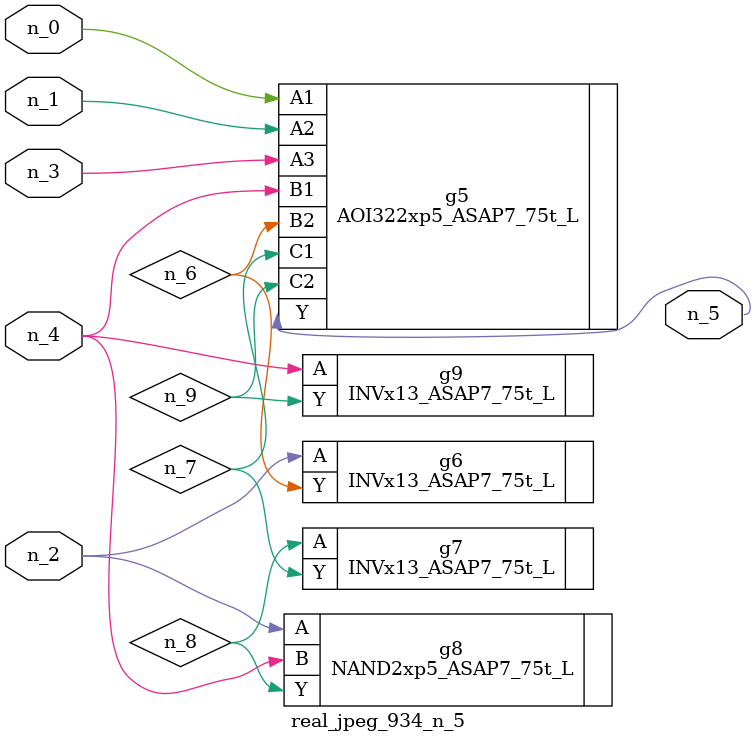
<source format=v>
module real_jpeg_934_n_5 (n_4, n_0, n_1, n_2, n_3, n_5);

input n_4;
input n_0;
input n_1;
input n_2;
input n_3;

output n_5;

wire n_8;
wire n_6;
wire n_7;
wire n_9;

AOI322xp5_ASAP7_75t_L g5 ( 
.A1(n_0),
.A2(n_1),
.A3(n_3),
.B1(n_4),
.B2(n_6),
.C1(n_7),
.C2(n_9),
.Y(n_5)
);

INVx13_ASAP7_75t_L g6 ( 
.A(n_2),
.Y(n_6)
);

NAND2xp5_ASAP7_75t_L g8 ( 
.A(n_2),
.B(n_4),
.Y(n_8)
);

INVx13_ASAP7_75t_L g9 ( 
.A(n_4),
.Y(n_9)
);

INVx13_ASAP7_75t_L g7 ( 
.A(n_8),
.Y(n_7)
);


endmodule
</source>
